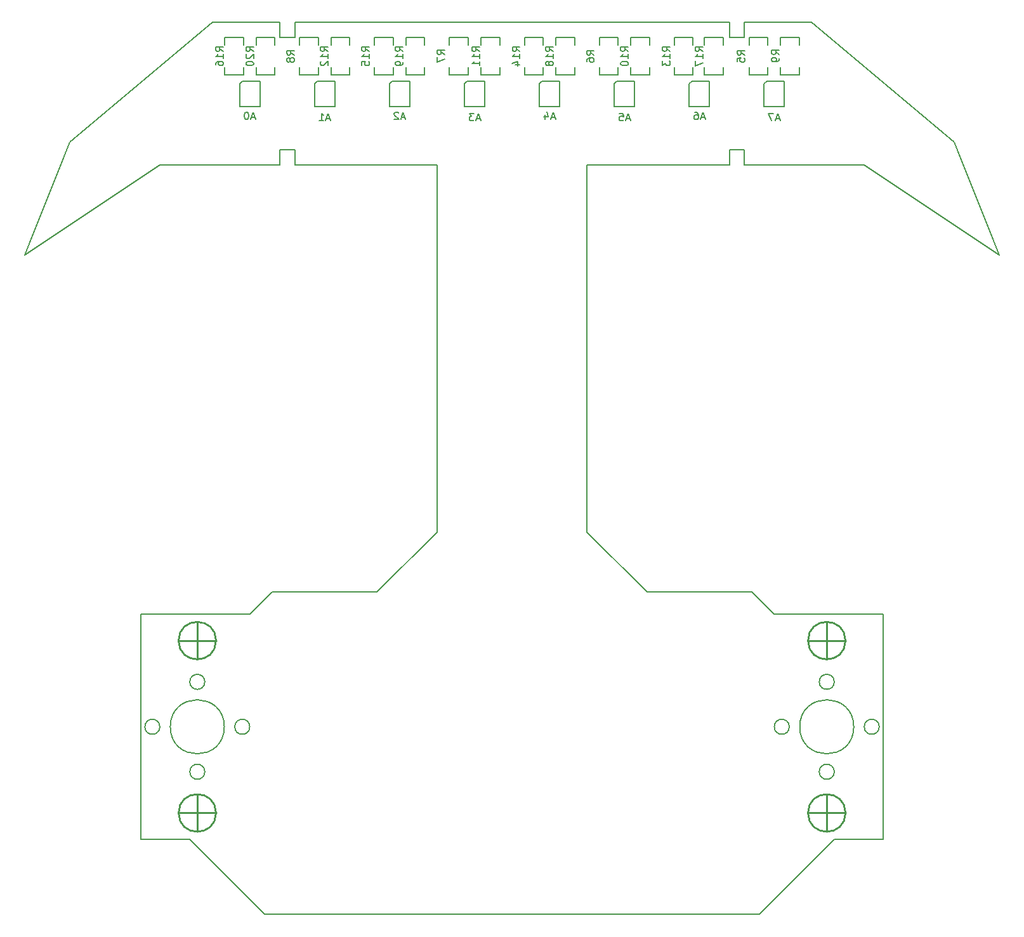
<source format=gbr>
G04 #@! TF.GenerationSoftware,KiCad,Pcbnew,(5.1.4)-1*
G04 #@! TF.CreationDate,2020-10-19T13:56:17-03:00*
G04 #@! TF.ProjectId,VELOCISTA,56454c4f-4349-4535-9441-2e6b69636164,rev?*
G04 #@! TF.SameCoordinates,Original*
G04 #@! TF.FileFunction,Legend,Bot*
G04 #@! TF.FilePolarity,Positive*
%FSLAX46Y46*%
G04 Gerber Fmt 4.6, Leading zero omitted, Abs format (unit mm)*
G04 Created by KiCad (PCBNEW (5.1.4)-1) date 2020-10-19 13:56:17*
%MOMM*%
%LPD*%
G04 APERTURE LIST*
%ADD10C,0.150000*%
%ADD11C,0.254000*%
G04 APERTURE END LIST*
D10*
X137000000Y-142000000D02*
G75*
G03X137000000Y-142000000I-1000000J0D01*
G01*
X143000000Y-148000000D02*
G75*
G03X143000000Y-148000000I-1000000J0D01*
G01*
X149000000Y-142000000D02*
G75*
G03X149000000Y-142000000I-1000000J0D01*
G01*
X143000000Y-136000000D02*
G75*
G03X143000000Y-136000000I-1000000J0D01*
G01*
X53000000Y-142000000D02*
G75*
G03X53000000Y-142000000I-1000000J0D01*
G01*
X65000000Y-142000000D02*
G75*
G03X65000000Y-142000000I-1000000J0D01*
G01*
X59000000Y-148000000D02*
G75*
G03X59000000Y-148000000I-1000000J0D01*
G01*
X59000000Y-136000000D02*
G75*
G03X59000000Y-136000000I-1000000J0D01*
G01*
X145605551Y-142000000D02*
G75*
G03X145605551Y-142000000I-3605551J0D01*
G01*
X61605551Y-142000000D02*
G75*
G03X61605551Y-142000000I-3605551J0D01*
G01*
X125714285Y-60666666D02*
X125238095Y-60666666D01*
X125809523Y-60952380D02*
X125476190Y-59952380D01*
X125142857Y-60952380D01*
X124380952Y-59952380D02*
X124571428Y-59952380D01*
X124666666Y-60000000D01*
X124714285Y-60047619D01*
X124809523Y-60190476D01*
X124857142Y-60380952D01*
X124857142Y-60761904D01*
X124809523Y-60857142D01*
X124761904Y-60904761D01*
X124666666Y-60952380D01*
X124476190Y-60952380D01*
X124380952Y-60904761D01*
X124333333Y-60857142D01*
X124285714Y-60761904D01*
X124285714Y-60523809D01*
X124333333Y-60428571D01*
X124380952Y-60380952D01*
X124476190Y-60333333D01*
X124666666Y-60333333D01*
X124761904Y-60380952D01*
X124809523Y-60428571D01*
X124857142Y-60523809D01*
X135714285Y-60841666D02*
X135238095Y-60841666D01*
X135809523Y-61127380D02*
X135476190Y-60127380D01*
X135142857Y-61127380D01*
X134904761Y-60127380D02*
X134238095Y-60127380D01*
X134666666Y-61127380D01*
X115714285Y-60841666D02*
X115238095Y-60841666D01*
X115809523Y-61127380D02*
X115476190Y-60127380D01*
X115142857Y-61127380D01*
X114333333Y-60127380D02*
X114809523Y-60127380D01*
X114857142Y-60603571D01*
X114809523Y-60555952D01*
X114714285Y-60508333D01*
X114476190Y-60508333D01*
X114380952Y-60555952D01*
X114333333Y-60603571D01*
X114285714Y-60698809D01*
X114285714Y-60936904D01*
X114333333Y-61032142D01*
X114380952Y-61079761D01*
X114476190Y-61127380D01*
X114714285Y-61127380D01*
X114809523Y-61079761D01*
X114857142Y-61032142D01*
X105714285Y-60666666D02*
X105238095Y-60666666D01*
X105809523Y-60952380D02*
X105476190Y-59952380D01*
X105142857Y-60952380D01*
X104380952Y-60285714D02*
X104380952Y-60952380D01*
X104619047Y-59904761D02*
X104857142Y-60619047D01*
X104238095Y-60619047D01*
X95714285Y-60841666D02*
X95238095Y-60841666D01*
X95809523Y-61127380D02*
X95476190Y-60127380D01*
X95142857Y-61127380D01*
X94904761Y-60127380D02*
X94285714Y-60127380D01*
X94619047Y-60508333D01*
X94476190Y-60508333D01*
X94380952Y-60555952D01*
X94333333Y-60603571D01*
X94285714Y-60698809D01*
X94285714Y-60936904D01*
X94333333Y-61032142D01*
X94380952Y-61079761D01*
X94476190Y-61127380D01*
X94761904Y-61127380D01*
X94857142Y-61079761D01*
X94904761Y-61032142D01*
X85714285Y-60666666D02*
X85238095Y-60666666D01*
X85809523Y-60952380D02*
X85476190Y-59952380D01*
X85142857Y-60952380D01*
X84857142Y-60047619D02*
X84809523Y-60000000D01*
X84714285Y-59952380D01*
X84476190Y-59952380D01*
X84380952Y-60000000D01*
X84333333Y-60047619D01*
X84285714Y-60142857D01*
X84285714Y-60238095D01*
X84333333Y-60380952D01*
X84904761Y-60952380D01*
X84285714Y-60952380D01*
X75714285Y-60841666D02*
X75238095Y-60841666D01*
X75809523Y-61127380D02*
X75476190Y-60127380D01*
X75142857Y-61127380D01*
X74285714Y-61127380D02*
X74857142Y-61127380D01*
X74571428Y-61127380D02*
X74571428Y-60127380D01*
X74666666Y-60270238D01*
X74761904Y-60365476D01*
X74857142Y-60413095D01*
X65714285Y-60666666D02*
X65238095Y-60666666D01*
X65809523Y-60952380D02*
X65476190Y-59952380D01*
X65142857Y-60952380D01*
X64619047Y-59952380D02*
X64523809Y-59952380D01*
X64428571Y-60000000D01*
X64380952Y-60047619D01*
X64333333Y-60142857D01*
X64285714Y-60333333D01*
X64285714Y-60571428D01*
X64333333Y-60761904D01*
X64380952Y-60857142D01*
X64428571Y-60904761D01*
X64523809Y-60952380D01*
X64619047Y-60952380D01*
X64714285Y-60904761D01*
X64761904Y-60857142D01*
X64809523Y-60761904D01*
X64857142Y-60571428D01*
X64857142Y-60333333D01*
X64809523Y-60142857D01*
X64761904Y-60047619D01*
X64714285Y-60000000D01*
X64619047Y-59952380D01*
X132000000Y-124000000D02*
X135000000Y-127000000D01*
X132000000Y-124000000D02*
X118000000Y-124000000D01*
X65000000Y-127000000D02*
X50500000Y-127000000D01*
X68000000Y-124000000D02*
X65000000Y-127000000D01*
X69000000Y-67000000D02*
X53000000Y-67000000D01*
X69000000Y-67000000D02*
X69000000Y-65000000D01*
X71000000Y-65000000D02*
X69000000Y-65000000D01*
X71000000Y-65000000D02*
X71000000Y-67000000D01*
X69000000Y-48000000D02*
X60000000Y-48000000D01*
X69000000Y-50000000D02*
X69000000Y-48000000D01*
X71000000Y-50000000D02*
X69000000Y-50000000D01*
X71000000Y-48000000D02*
X71000000Y-50000000D01*
X159000000Y-64000000D02*
X140000000Y-48000000D01*
X131000000Y-48000000D02*
X140000000Y-48000000D01*
X131000000Y-50000000D02*
X131000000Y-48000000D01*
X129000000Y-50000000D02*
X131000000Y-50000000D01*
X129000000Y-48000000D02*
X129000000Y-50000000D01*
X131000000Y-65000000D02*
X131000000Y-67000000D01*
X129000000Y-65000000D02*
X131000000Y-65000000D01*
X129000000Y-67000000D02*
X129000000Y-65000000D01*
X147000000Y-67000000D02*
X165000000Y-79000000D01*
X53000000Y-67000000D02*
X35000000Y-79000000D01*
X90000000Y-67000000D02*
X71000000Y-67000000D01*
X110000000Y-116000000D02*
X110000000Y-67000000D01*
X90000000Y-67000000D02*
X90000000Y-116000000D01*
X110000000Y-67000000D02*
X129000000Y-67000000D01*
X159000000Y-64000000D02*
X165000000Y-79000000D01*
X131000000Y-67000000D02*
X147000000Y-67000000D01*
X133000000Y-167000000D02*
X67000000Y-167000000D01*
X143000000Y-157000000D02*
X133000000Y-167000000D01*
X149500000Y-157000000D02*
X143000000Y-157000000D01*
X57000000Y-157000000D02*
X67000000Y-167000000D01*
X50500000Y-157000000D02*
X57000000Y-157000000D01*
X50500000Y-127000000D02*
X50500000Y-157000000D01*
X149500000Y-127000000D02*
X149500000Y-157000000D01*
X149500000Y-127000000D02*
X135000000Y-127000000D01*
X82000000Y-124000000D02*
X68000000Y-124000000D01*
X90000000Y-116000000D02*
X82000000Y-124000000D01*
X110000000Y-116000000D02*
X118000000Y-124000000D01*
X60000000Y-48000000D02*
X41000000Y-64000000D01*
X41000000Y-64000000D02*
X35000000Y-79000000D01*
X71000000Y-48000000D02*
X129000000Y-48000000D01*
D11*
X60500000Y-153500000D02*
X55500000Y-153500000D01*
X58000000Y-151000000D02*
X58000000Y-156000000D01*
X60500000Y-153500000D02*
G75*
G03X60500000Y-153500000I-2500000J0D01*
G01*
X60500000Y-130500000D02*
X55500000Y-130500000D01*
X58000000Y-128000000D02*
X58000000Y-133000000D01*
X60500000Y-130500000D02*
G75*
G03X60500000Y-130500000I-2500000J0D01*
G01*
X139500000Y-130500000D02*
X144500000Y-130500000D01*
X142000000Y-133000000D02*
X142000000Y-128000000D01*
X144500000Y-130500000D02*
G75*
G03X144500000Y-130500000I-2500000J0D01*
G01*
X139500000Y-153500000D02*
X144500000Y-153500000D01*
X142000000Y-156000000D02*
X142000000Y-151000000D01*
X144500000Y-153500000D02*
G75*
G03X144500000Y-153500000I-2500000J0D01*
G01*
D10*
X134150000Y-51000000D02*
X134150000Y-50000000D01*
X131650000Y-51000000D02*
X131650000Y-50000000D01*
X131650000Y-50000000D02*
X134150000Y-50000000D01*
X134150000Y-55000000D02*
X131650000Y-55000000D01*
X131650000Y-55000000D02*
X131650000Y-54000000D01*
X134150000Y-54000000D02*
X134150000Y-55000000D01*
X114150000Y-51000000D02*
X114150000Y-50000000D01*
X111650000Y-51000000D02*
X111650000Y-50000000D01*
X111650000Y-50000000D02*
X114150000Y-50000000D01*
X114150000Y-55000000D02*
X111650000Y-55000000D01*
X111650000Y-55000000D02*
X111650000Y-54000000D01*
X114150000Y-54000000D02*
X114150000Y-55000000D01*
X94150000Y-54003000D02*
X94150000Y-55003000D01*
X91650000Y-55003000D02*
X91650000Y-54003000D01*
X94150000Y-55003000D02*
X91650000Y-55003000D01*
X91650000Y-50003000D02*
X94150000Y-50003000D01*
X91650000Y-51003000D02*
X91650000Y-50003000D01*
X94150000Y-51003000D02*
X94150000Y-50003000D01*
X74150000Y-53997000D02*
X74150000Y-54997000D01*
X71650000Y-54997000D02*
X71650000Y-53997000D01*
X74150000Y-54997000D02*
X71650000Y-54997000D01*
X71650000Y-49997000D02*
X74150000Y-49997000D01*
X71650000Y-50997000D02*
X71650000Y-49997000D01*
X74150000Y-50997000D02*
X74150000Y-49997000D01*
X138350000Y-54000000D02*
X138350000Y-55000000D01*
X135850000Y-55000000D02*
X135850000Y-54000000D01*
X138350000Y-55000000D02*
X135850000Y-55000000D01*
X135850000Y-50000000D02*
X138350000Y-50000000D01*
X135850000Y-51000000D02*
X135850000Y-50000000D01*
X138350000Y-51000000D02*
X138350000Y-50000000D01*
X118350000Y-51000000D02*
X118350000Y-50000000D01*
X115850000Y-51000000D02*
X115850000Y-50000000D01*
X115850000Y-50000000D02*
X118350000Y-50000000D01*
X118350000Y-55000000D02*
X115850000Y-55000000D01*
X115850000Y-55000000D02*
X115850000Y-54000000D01*
X118350000Y-54000000D02*
X118350000Y-55000000D01*
X98350000Y-51000000D02*
X98350000Y-50000000D01*
X95850000Y-51000000D02*
X95850000Y-50000000D01*
X95850000Y-50000000D02*
X98350000Y-50000000D01*
X98350000Y-55000000D02*
X95850000Y-55000000D01*
X95850000Y-55000000D02*
X95850000Y-54000000D01*
X98350000Y-54000000D02*
X98350000Y-55000000D01*
X78350000Y-51000000D02*
X78350000Y-50000000D01*
X75850000Y-51000000D02*
X75850000Y-50000000D01*
X75850000Y-50000000D02*
X78350000Y-50000000D01*
X78350000Y-55000000D02*
X75850000Y-55000000D01*
X75850000Y-55000000D02*
X75850000Y-54000000D01*
X78350000Y-54000000D02*
X78350000Y-55000000D01*
X124150000Y-51000000D02*
X124150000Y-50000000D01*
X121650000Y-51000000D02*
X121650000Y-50000000D01*
X121650000Y-50000000D02*
X124150000Y-50000000D01*
X124150000Y-55000000D02*
X121650000Y-55000000D01*
X121650000Y-55000000D02*
X121650000Y-54000000D01*
X124150000Y-54000000D02*
X124150000Y-55000000D01*
X104150000Y-53997000D02*
X104150000Y-54997000D01*
X101650000Y-54997000D02*
X101650000Y-53997000D01*
X104150000Y-54997000D02*
X101650000Y-54997000D01*
X101650000Y-49997000D02*
X104150000Y-49997000D01*
X101650000Y-50997000D02*
X101650000Y-49997000D01*
X104150000Y-50997000D02*
X104150000Y-49997000D01*
X84150000Y-54003000D02*
X84150000Y-55003000D01*
X81650000Y-55003000D02*
X81650000Y-54003000D01*
X84150000Y-55003000D02*
X81650000Y-55003000D01*
X81650000Y-50003000D02*
X84150000Y-50003000D01*
X81650000Y-51003000D02*
X81650000Y-50003000D01*
X84150000Y-51003000D02*
X84150000Y-50003000D01*
X64150000Y-54000000D02*
X64150000Y-55000000D01*
X61650000Y-55000000D02*
X61650000Y-54000000D01*
X64150000Y-55000000D02*
X61650000Y-55000000D01*
X61650000Y-50000000D02*
X64150000Y-50000000D01*
X61650000Y-51000000D02*
X61650000Y-50000000D01*
X64150000Y-51000000D02*
X64150000Y-50000000D01*
X128150000Y-54000000D02*
X128150000Y-55000000D01*
X125650000Y-55000000D02*
X125650000Y-54000000D01*
X128150000Y-55000000D02*
X125650000Y-55000000D01*
X125650000Y-50000000D02*
X128150000Y-50000000D01*
X125650000Y-51000000D02*
X125650000Y-50000000D01*
X128150000Y-51000000D02*
X128150000Y-50000000D01*
X108350000Y-54000000D02*
X108350000Y-55000000D01*
X105850000Y-55000000D02*
X105850000Y-54000000D01*
X108350000Y-55000000D02*
X105850000Y-55000000D01*
X105850000Y-50000000D02*
X108350000Y-50000000D01*
X105850000Y-51000000D02*
X105850000Y-50000000D01*
X108350000Y-51000000D02*
X108350000Y-50000000D01*
X88350000Y-51000000D02*
X88350000Y-50000000D01*
X85850000Y-51000000D02*
X85850000Y-50000000D01*
X85850000Y-50000000D02*
X88350000Y-50000000D01*
X88350000Y-55000000D02*
X85850000Y-55000000D01*
X85850000Y-55000000D02*
X85850000Y-54000000D01*
X88350000Y-54000000D02*
X88350000Y-55000000D01*
X68350000Y-51003000D02*
X68350000Y-50003000D01*
X65850000Y-51003000D02*
X65850000Y-50003000D01*
X65850000Y-50003000D02*
X68350000Y-50003000D01*
X68350000Y-55003000D02*
X65850000Y-55003000D01*
X65850000Y-55003000D02*
X65850000Y-54003000D01*
X68350000Y-54003000D02*
X68350000Y-55003000D01*
X136350000Y-55800000D02*
X134000000Y-55800000D01*
X136350000Y-59200000D02*
X136350000Y-55800000D01*
X133650000Y-59200000D02*
X136350000Y-59200000D01*
X133650000Y-56150000D02*
X133650000Y-59200000D01*
X134000000Y-55800000D02*
X133650000Y-56150000D01*
X116350000Y-55800000D02*
X114000000Y-55800000D01*
X116350000Y-59200000D02*
X116350000Y-55800000D01*
X113650000Y-59200000D02*
X116350000Y-59200000D01*
X113650000Y-56150000D02*
X113650000Y-59200000D01*
X114000000Y-55800000D02*
X113650000Y-56150000D01*
X94000000Y-55800000D02*
X93650000Y-56150000D01*
X93650000Y-56150000D02*
X93650000Y-59200000D01*
X93650000Y-59200000D02*
X96350000Y-59200000D01*
X96350000Y-59200000D02*
X96350000Y-55800000D01*
X96350000Y-55800000D02*
X94000000Y-55800000D01*
X74000000Y-55800000D02*
X73650000Y-56150000D01*
X73650000Y-56150000D02*
X73650000Y-59200000D01*
X73650000Y-59200000D02*
X76350000Y-59200000D01*
X76350000Y-59200000D02*
X76350000Y-55800000D01*
X76350000Y-55800000D02*
X74000000Y-55800000D01*
X124000000Y-55800000D02*
X123650000Y-56150000D01*
X123650000Y-56150000D02*
X123650000Y-59200000D01*
X123650000Y-59200000D02*
X126350000Y-59200000D01*
X126350000Y-59200000D02*
X126350000Y-55800000D01*
X126350000Y-55800000D02*
X124000000Y-55800000D01*
X104000000Y-55800000D02*
X103650000Y-56150000D01*
X103650000Y-56150000D02*
X103650000Y-59200000D01*
X103650000Y-59200000D02*
X106350000Y-59200000D01*
X106350000Y-59200000D02*
X106350000Y-55800000D01*
X106350000Y-55800000D02*
X104000000Y-55800000D01*
X86350000Y-55800000D02*
X84000000Y-55800000D01*
X86350000Y-59200000D02*
X86350000Y-55800000D01*
X83650000Y-59200000D02*
X86350000Y-59200000D01*
X83650000Y-56150000D02*
X83650000Y-59200000D01*
X84000000Y-55800000D02*
X83650000Y-56150000D01*
X66350000Y-55800000D02*
X64000000Y-55800000D01*
X66350000Y-59200000D02*
X66350000Y-55800000D01*
X63650000Y-59200000D02*
X66350000Y-59200000D01*
X63650000Y-56150000D02*
X63650000Y-59200000D01*
X64000000Y-55800000D02*
X63650000Y-56150000D01*
X131052380Y-52333333D02*
X130576190Y-52000000D01*
X131052380Y-51761904D02*
X130052380Y-51761904D01*
X130052380Y-52142857D01*
X130100000Y-52238095D01*
X130147619Y-52285714D01*
X130242857Y-52333333D01*
X130385714Y-52333333D01*
X130480952Y-52285714D01*
X130528571Y-52238095D01*
X130576190Y-52142857D01*
X130576190Y-51761904D01*
X130052380Y-53238095D02*
X130052380Y-52761904D01*
X130528571Y-52714285D01*
X130480952Y-52761904D01*
X130433333Y-52857142D01*
X130433333Y-53095238D01*
X130480952Y-53190476D01*
X130528571Y-53238095D01*
X130623809Y-53285714D01*
X130861904Y-53285714D01*
X130957142Y-53238095D01*
X131004761Y-53190476D01*
X131052380Y-53095238D01*
X131052380Y-52857142D01*
X131004761Y-52761904D01*
X130957142Y-52714285D01*
X110952380Y-52333333D02*
X110476190Y-52000000D01*
X110952380Y-51761904D02*
X109952380Y-51761904D01*
X109952380Y-52142857D01*
X110000000Y-52238095D01*
X110047619Y-52285714D01*
X110142857Y-52333333D01*
X110285714Y-52333333D01*
X110380952Y-52285714D01*
X110428571Y-52238095D01*
X110476190Y-52142857D01*
X110476190Y-51761904D01*
X109952380Y-53190476D02*
X109952380Y-53000000D01*
X110000000Y-52904761D01*
X110047619Y-52857142D01*
X110190476Y-52761904D01*
X110380952Y-52714285D01*
X110761904Y-52714285D01*
X110857142Y-52761904D01*
X110904761Y-52809523D01*
X110952380Y-52904761D01*
X110952380Y-53095238D01*
X110904761Y-53190476D01*
X110857142Y-53238095D01*
X110761904Y-53285714D01*
X110523809Y-53285714D01*
X110428571Y-53238095D01*
X110380952Y-53190476D01*
X110333333Y-53095238D01*
X110333333Y-52904761D01*
X110380952Y-52809523D01*
X110428571Y-52761904D01*
X110523809Y-52714285D01*
X91002380Y-52283333D02*
X90526190Y-51950000D01*
X91002380Y-51711904D02*
X90002380Y-51711904D01*
X90002380Y-52092857D01*
X90050000Y-52188095D01*
X90097619Y-52235714D01*
X90192857Y-52283333D01*
X90335714Y-52283333D01*
X90430952Y-52235714D01*
X90478571Y-52188095D01*
X90526190Y-52092857D01*
X90526190Y-51711904D01*
X90002380Y-52616666D02*
X90002380Y-53283333D01*
X91002380Y-52854761D01*
X70952380Y-52333333D02*
X70476190Y-52000000D01*
X70952380Y-51761904D02*
X69952380Y-51761904D01*
X69952380Y-52142857D01*
X70000000Y-52238095D01*
X70047619Y-52285714D01*
X70142857Y-52333333D01*
X70285714Y-52333333D01*
X70380952Y-52285714D01*
X70428571Y-52238095D01*
X70476190Y-52142857D01*
X70476190Y-51761904D01*
X70380952Y-52904761D02*
X70333333Y-52809523D01*
X70285714Y-52761904D01*
X70190476Y-52714285D01*
X70142857Y-52714285D01*
X70047619Y-52761904D01*
X70000000Y-52809523D01*
X69952380Y-52904761D01*
X69952380Y-53095238D01*
X70000000Y-53190476D01*
X70047619Y-53238095D01*
X70142857Y-53285714D01*
X70190476Y-53285714D01*
X70285714Y-53238095D01*
X70333333Y-53190476D01*
X70380952Y-53095238D01*
X70380952Y-52904761D01*
X70428571Y-52809523D01*
X70476190Y-52761904D01*
X70571428Y-52714285D01*
X70761904Y-52714285D01*
X70857142Y-52761904D01*
X70904761Y-52809523D01*
X70952380Y-52904761D01*
X70952380Y-53095238D01*
X70904761Y-53190476D01*
X70857142Y-53238095D01*
X70761904Y-53285714D01*
X70571428Y-53285714D01*
X70476190Y-53238095D01*
X70428571Y-53190476D01*
X70380952Y-53095238D01*
X135652380Y-52283333D02*
X135176190Y-51950000D01*
X135652380Y-51711904D02*
X134652380Y-51711904D01*
X134652380Y-52092857D01*
X134700000Y-52188095D01*
X134747619Y-52235714D01*
X134842857Y-52283333D01*
X134985714Y-52283333D01*
X135080952Y-52235714D01*
X135128571Y-52188095D01*
X135176190Y-52092857D01*
X135176190Y-51711904D01*
X135652380Y-52759523D02*
X135652380Y-52950000D01*
X135604761Y-53045238D01*
X135557142Y-53092857D01*
X135414285Y-53188095D01*
X135223809Y-53235714D01*
X134842857Y-53235714D01*
X134747619Y-53188095D01*
X134700000Y-53140476D01*
X134652380Y-53045238D01*
X134652380Y-52854761D01*
X134700000Y-52759523D01*
X134747619Y-52711904D01*
X134842857Y-52664285D01*
X135080952Y-52664285D01*
X135176190Y-52711904D01*
X135223809Y-52759523D01*
X135271428Y-52854761D01*
X135271428Y-53045238D01*
X135223809Y-53140476D01*
X135176190Y-53188095D01*
X135080952Y-53235714D01*
X115502380Y-51857142D02*
X115026190Y-51523809D01*
X115502380Y-51285714D02*
X114502380Y-51285714D01*
X114502380Y-51666666D01*
X114550000Y-51761904D01*
X114597619Y-51809523D01*
X114692857Y-51857142D01*
X114835714Y-51857142D01*
X114930952Y-51809523D01*
X114978571Y-51761904D01*
X115026190Y-51666666D01*
X115026190Y-51285714D01*
X115502380Y-52809523D02*
X115502380Y-52238095D01*
X115502380Y-52523809D02*
X114502380Y-52523809D01*
X114645238Y-52428571D01*
X114740476Y-52333333D01*
X114788095Y-52238095D01*
X114502380Y-53428571D02*
X114502380Y-53523809D01*
X114550000Y-53619047D01*
X114597619Y-53666666D01*
X114692857Y-53714285D01*
X114883333Y-53761904D01*
X115121428Y-53761904D01*
X115311904Y-53714285D01*
X115407142Y-53666666D01*
X115454761Y-53619047D01*
X115502380Y-53523809D01*
X115502380Y-53428571D01*
X115454761Y-53333333D01*
X115407142Y-53285714D01*
X115311904Y-53238095D01*
X115121428Y-53190476D01*
X114883333Y-53190476D01*
X114692857Y-53238095D01*
X114597619Y-53285714D01*
X114550000Y-53333333D01*
X114502380Y-53428571D01*
X95652380Y-51857142D02*
X95176190Y-51523809D01*
X95652380Y-51285714D02*
X94652380Y-51285714D01*
X94652380Y-51666666D01*
X94700000Y-51761904D01*
X94747619Y-51809523D01*
X94842857Y-51857142D01*
X94985714Y-51857142D01*
X95080952Y-51809523D01*
X95128571Y-51761904D01*
X95176190Y-51666666D01*
X95176190Y-51285714D01*
X95652380Y-52809523D02*
X95652380Y-52238095D01*
X95652380Y-52523809D02*
X94652380Y-52523809D01*
X94795238Y-52428571D01*
X94890476Y-52333333D01*
X94938095Y-52238095D01*
X95652380Y-53761904D02*
X95652380Y-53190476D01*
X95652380Y-53476190D02*
X94652380Y-53476190D01*
X94795238Y-53380952D01*
X94890476Y-53285714D01*
X94938095Y-53190476D01*
X75452380Y-51857142D02*
X74976190Y-51523809D01*
X75452380Y-51285714D02*
X74452380Y-51285714D01*
X74452380Y-51666666D01*
X74500000Y-51761904D01*
X74547619Y-51809523D01*
X74642857Y-51857142D01*
X74785714Y-51857142D01*
X74880952Y-51809523D01*
X74928571Y-51761904D01*
X74976190Y-51666666D01*
X74976190Y-51285714D01*
X75452380Y-52809523D02*
X75452380Y-52238095D01*
X75452380Y-52523809D02*
X74452380Y-52523809D01*
X74595238Y-52428571D01*
X74690476Y-52333333D01*
X74738095Y-52238095D01*
X74547619Y-53190476D02*
X74500000Y-53238095D01*
X74452380Y-53333333D01*
X74452380Y-53571428D01*
X74500000Y-53666666D01*
X74547619Y-53714285D01*
X74642857Y-53761904D01*
X74738095Y-53761904D01*
X74880952Y-53714285D01*
X75452380Y-53142857D01*
X75452380Y-53761904D01*
X121102380Y-51857142D02*
X120626190Y-51523809D01*
X121102380Y-51285714D02*
X120102380Y-51285714D01*
X120102380Y-51666666D01*
X120150000Y-51761904D01*
X120197619Y-51809523D01*
X120292857Y-51857142D01*
X120435714Y-51857142D01*
X120530952Y-51809523D01*
X120578571Y-51761904D01*
X120626190Y-51666666D01*
X120626190Y-51285714D01*
X121102380Y-52809523D02*
X121102380Y-52238095D01*
X121102380Y-52523809D02*
X120102380Y-52523809D01*
X120245238Y-52428571D01*
X120340476Y-52333333D01*
X120388095Y-52238095D01*
X120102380Y-53142857D02*
X120102380Y-53761904D01*
X120483333Y-53428571D01*
X120483333Y-53571428D01*
X120530952Y-53666666D01*
X120578571Y-53714285D01*
X120673809Y-53761904D01*
X120911904Y-53761904D01*
X121007142Y-53714285D01*
X121054761Y-53666666D01*
X121102380Y-53571428D01*
X121102380Y-53285714D01*
X121054761Y-53190476D01*
X121007142Y-53142857D01*
X101052380Y-51857142D02*
X100576190Y-51523809D01*
X101052380Y-51285714D02*
X100052380Y-51285714D01*
X100052380Y-51666666D01*
X100100000Y-51761904D01*
X100147619Y-51809523D01*
X100242857Y-51857142D01*
X100385714Y-51857142D01*
X100480952Y-51809523D01*
X100528571Y-51761904D01*
X100576190Y-51666666D01*
X100576190Y-51285714D01*
X101052380Y-52809523D02*
X101052380Y-52238095D01*
X101052380Y-52523809D02*
X100052380Y-52523809D01*
X100195238Y-52428571D01*
X100290476Y-52333333D01*
X100338095Y-52238095D01*
X100385714Y-53666666D02*
X101052380Y-53666666D01*
X100004761Y-53428571D02*
X100719047Y-53190476D01*
X100719047Y-53809523D01*
X80952380Y-51857142D02*
X80476190Y-51523809D01*
X80952380Y-51285714D02*
X79952380Y-51285714D01*
X79952380Y-51666666D01*
X80000000Y-51761904D01*
X80047619Y-51809523D01*
X80142857Y-51857142D01*
X80285714Y-51857142D01*
X80380952Y-51809523D01*
X80428571Y-51761904D01*
X80476190Y-51666666D01*
X80476190Y-51285714D01*
X80952380Y-52809523D02*
X80952380Y-52238095D01*
X80952380Y-52523809D02*
X79952380Y-52523809D01*
X80095238Y-52428571D01*
X80190476Y-52333333D01*
X80238095Y-52238095D01*
X79952380Y-53714285D02*
X79952380Y-53238095D01*
X80428571Y-53190476D01*
X80380952Y-53238095D01*
X80333333Y-53333333D01*
X80333333Y-53571428D01*
X80380952Y-53666666D01*
X80428571Y-53714285D01*
X80523809Y-53761904D01*
X80761904Y-53761904D01*
X80857142Y-53714285D01*
X80904761Y-53666666D01*
X80952380Y-53571428D01*
X80952380Y-53333333D01*
X80904761Y-53238095D01*
X80857142Y-53190476D01*
X61452380Y-51857142D02*
X60976190Y-51523809D01*
X61452380Y-51285714D02*
X60452380Y-51285714D01*
X60452380Y-51666666D01*
X60500000Y-51761904D01*
X60547619Y-51809523D01*
X60642857Y-51857142D01*
X60785714Y-51857142D01*
X60880952Y-51809523D01*
X60928571Y-51761904D01*
X60976190Y-51666666D01*
X60976190Y-51285714D01*
X61452380Y-52809523D02*
X61452380Y-52238095D01*
X61452380Y-52523809D02*
X60452380Y-52523809D01*
X60595238Y-52428571D01*
X60690476Y-52333333D01*
X60738095Y-52238095D01*
X60452380Y-53666666D02*
X60452380Y-53476190D01*
X60500000Y-53380952D01*
X60547619Y-53333333D01*
X60690476Y-53238095D01*
X60880952Y-53190476D01*
X61261904Y-53190476D01*
X61357142Y-53238095D01*
X61404761Y-53285714D01*
X61452380Y-53380952D01*
X61452380Y-53571428D01*
X61404761Y-53666666D01*
X61357142Y-53714285D01*
X61261904Y-53761904D01*
X61023809Y-53761904D01*
X60928571Y-53714285D01*
X60880952Y-53666666D01*
X60833333Y-53571428D01*
X60833333Y-53380952D01*
X60880952Y-53285714D01*
X60928571Y-53238095D01*
X61023809Y-53190476D01*
X125452380Y-51857142D02*
X124976190Y-51523809D01*
X125452380Y-51285714D02*
X124452380Y-51285714D01*
X124452380Y-51666666D01*
X124500000Y-51761904D01*
X124547619Y-51809523D01*
X124642857Y-51857142D01*
X124785714Y-51857142D01*
X124880952Y-51809523D01*
X124928571Y-51761904D01*
X124976190Y-51666666D01*
X124976190Y-51285714D01*
X125452380Y-52809523D02*
X125452380Y-52238095D01*
X125452380Y-52523809D02*
X124452380Y-52523809D01*
X124595238Y-52428571D01*
X124690476Y-52333333D01*
X124738095Y-52238095D01*
X124452380Y-53142857D02*
X124452380Y-53809523D01*
X125452380Y-53380952D01*
X105502380Y-51857142D02*
X105026190Y-51523809D01*
X105502380Y-51285714D02*
X104502380Y-51285714D01*
X104502380Y-51666666D01*
X104550000Y-51761904D01*
X104597619Y-51809523D01*
X104692857Y-51857142D01*
X104835714Y-51857142D01*
X104930952Y-51809523D01*
X104978571Y-51761904D01*
X105026190Y-51666666D01*
X105026190Y-51285714D01*
X105502380Y-52809523D02*
X105502380Y-52238095D01*
X105502380Y-52523809D02*
X104502380Y-52523809D01*
X104645238Y-52428571D01*
X104740476Y-52333333D01*
X104788095Y-52238095D01*
X104930952Y-53380952D02*
X104883333Y-53285714D01*
X104835714Y-53238095D01*
X104740476Y-53190476D01*
X104692857Y-53190476D01*
X104597619Y-53238095D01*
X104550000Y-53285714D01*
X104502380Y-53380952D01*
X104502380Y-53571428D01*
X104550000Y-53666666D01*
X104597619Y-53714285D01*
X104692857Y-53761904D01*
X104740476Y-53761904D01*
X104835714Y-53714285D01*
X104883333Y-53666666D01*
X104930952Y-53571428D01*
X104930952Y-53380952D01*
X104978571Y-53285714D01*
X105026190Y-53238095D01*
X105121428Y-53190476D01*
X105311904Y-53190476D01*
X105407142Y-53238095D01*
X105454761Y-53285714D01*
X105502380Y-53380952D01*
X105502380Y-53571428D01*
X105454761Y-53666666D01*
X105407142Y-53714285D01*
X105311904Y-53761904D01*
X105121428Y-53761904D01*
X105026190Y-53714285D01*
X104978571Y-53666666D01*
X104930952Y-53571428D01*
X85452380Y-51857142D02*
X84976190Y-51523809D01*
X85452380Y-51285714D02*
X84452380Y-51285714D01*
X84452380Y-51666666D01*
X84500000Y-51761904D01*
X84547619Y-51809523D01*
X84642857Y-51857142D01*
X84785714Y-51857142D01*
X84880952Y-51809523D01*
X84928571Y-51761904D01*
X84976190Y-51666666D01*
X84976190Y-51285714D01*
X85452380Y-52809523D02*
X85452380Y-52238095D01*
X85452380Y-52523809D02*
X84452380Y-52523809D01*
X84595238Y-52428571D01*
X84690476Y-52333333D01*
X84738095Y-52238095D01*
X85452380Y-53285714D02*
X85452380Y-53476190D01*
X85404761Y-53571428D01*
X85357142Y-53619047D01*
X85214285Y-53714285D01*
X85023809Y-53761904D01*
X84642857Y-53761904D01*
X84547619Y-53714285D01*
X84500000Y-53666666D01*
X84452380Y-53571428D01*
X84452380Y-53380952D01*
X84500000Y-53285714D01*
X84547619Y-53238095D01*
X84642857Y-53190476D01*
X84880952Y-53190476D01*
X84976190Y-53238095D01*
X85023809Y-53285714D01*
X85071428Y-53380952D01*
X85071428Y-53571428D01*
X85023809Y-53666666D01*
X84976190Y-53714285D01*
X84880952Y-53761904D01*
X65502380Y-51857142D02*
X65026190Y-51523809D01*
X65502380Y-51285714D02*
X64502380Y-51285714D01*
X64502380Y-51666666D01*
X64550000Y-51761904D01*
X64597619Y-51809523D01*
X64692857Y-51857142D01*
X64835714Y-51857142D01*
X64930952Y-51809523D01*
X64978571Y-51761904D01*
X65026190Y-51666666D01*
X65026190Y-51285714D01*
X64597619Y-52238095D02*
X64550000Y-52285714D01*
X64502380Y-52380952D01*
X64502380Y-52619047D01*
X64550000Y-52714285D01*
X64597619Y-52761904D01*
X64692857Y-52809523D01*
X64788095Y-52809523D01*
X64930952Y-52761904D01*
X65502380Y-52190476D01*
X65502380Y-52809523D01*
X64502380Y-53428571D02*
X64502380Y-53523809D01*
X64550000Y-53619047D01*
X64597619Y-53666666D01*
X64692857Y-53714285D01*
X64883333Y-53761904D01*
X65121428Y-53761904D01*
X65311904Y-53714285D01*
X65407142Y-53666666D01*
X65454761Y-53619047D01*
X65502380Y-53523809D01*
X65502380Y-53428571D01*
X65454761Y-53333333D01*
X65407142Y-53285714D01*
X65311904Y-53238095D01*
X65121428Y-53190476D01*
X64883333Y-53190476D01*
X64692857Y-53238095D01*
X64597619Y-53285714D01*
X64550000Y-53333333D01*
X64502380Y-53428571D01*
M02*

</source>
